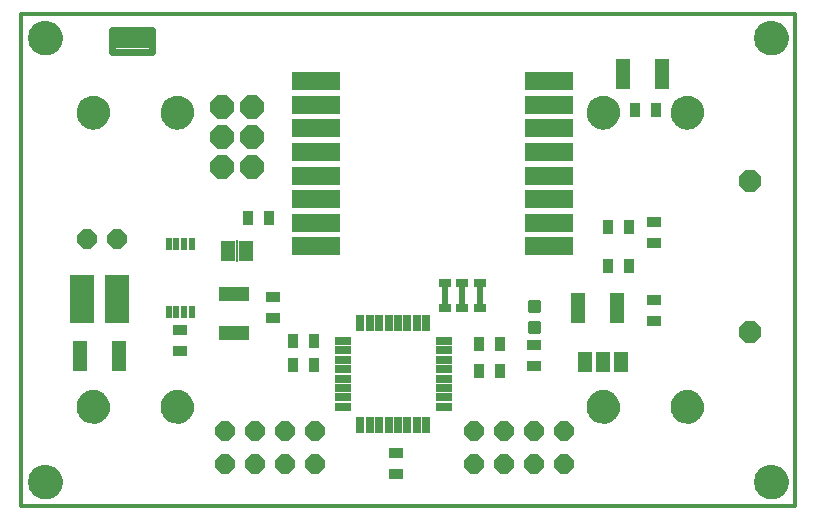
<source format=gts>
G75*
%MOIN*%
%OFA0B0*%
%FSLAX25Y25*%
%IPPOS*%
%LPD*%
%AMOC8*
5,1,8,0,0,1.08239X$1,22.5*
%
%ADD10C,0.00000*%
%ADD11C,0.11424*%
%ADD12C,0.01200*%
%ADD13R,0.16148X0.05912*%
%ADD14R,0.05124X0.10243*%
%ADD15R,0.10243X0.05124*%
%ADD16R,0.08274X0.16148*%
%ADD17R,0.01975X0.03943*%
%ADD18R,0.05124X0.03550*%
%ADD19R,0.03550X0.05124*%
%ADD20OC8,0.06400*%
%ADD21R,0.05000X0.06700*%
%ADD22R,0.00600X0.07200*%
%ADD23C,0.00500*%
%ADD24R,0.01975X0.06699*%
%ADD25R,0.03937X0.02756*%
%ADD26OC8,0.07800*%
%ADD27C,0.02462*%
%ADD28OC8,0.07400*%
%ADD29R,0.05400X0.02600*%
%ADD30R,0.02600X0.05400*%
%ADD31C,0.01301*%
D10*
X0004288Y0009800D02*
X0004290Y0009948D01*
X0004296Y0010096D01*
X0004306Y0010244D01*
X0004320Y0010391D01*
X0004338Y0010538D01*
X0004359Y0010684D01*
X0004385Y0010830D01*
X0004415Y0010975D01*
X0004448Y0011119D01*
X0004486Y0011262D01*
X0004527Y0011404D01*
X0004572Y0011545D01*
X0004620Y0011685D01*
X0004673Y0011824D01*
X0004729Y0011961D01*
X0004789Y0012096D01*
X0004852Y0012230D01*
X0004919Y0012362D01*
X0004990Y0012492D01*
X0005064Y0012620D01*
X0005141Y0012746D01*
X0005222Y0012870D01*
X0005306Y0012992D01*
X0005393Y0013111D01*
X0005484Y0013228D01*
X0005578Y0013343D01*
X0005674Y0013455D01*
X0005774Y0013565D01*
X0005876Y0013671D01*
X0005982Y0013775D01*
X0006090Y0013876D01*
X0006201Y0013974D01*
X0006314Y0014070D01*
X0006430Y0014162D01*
X0006548Y0014251D01*
X0006669Y0014336D01*
X0006792Y0014419D01*
X0006917Y0014498D01*
X0007044Y0014574D01*
X0007173Y0014646D01*
X0007304Y0014715D01*
X0007437Y0014780D01*
X0007572Y0014841D01*
X0007708Y0014899D01*
X0007845Y0014954D01*
X0007984Y0015004D01*
X0008125Y0015051D01*
X0008266Y0015094D01*
X0008409Y0015134D01*
X0008553Y0015169D01*
X0008697Y0015201D01*
X0008843Y0015228D01*
X0008989Y0015252D01*
X0009136Y0015272D01*
X0009283Y0015288D01*
X0009430Y0015300D01*
X0009578Y0015308D01*
X0009726Y0015312D01*
X0009874Y0015312D01*
X0010022Y0015308D01*
X0010170Y0015300D01*
X0010317Y0015288D01*
X0010464Y0015272D01*
X0010611Y0015252D01*
X0010757Y0015228D01*
X0010903Y0015201D01*
X0011047Y0015169D01*
X0011191Y0015134D01*
X0011334Y0015094D01*
X0011475Y0015051D01*
X0011616Y0015004D01*
X0011755Y0014954D01*
X0011892Y0014899D01*
X0012028Y0014841D01*
X0012163Y0014780D01*
X0012296Y0014715D01*
X0012427Y0014646D01*
X0012556Y0014574D01*
X0012683Y0014498D01*
X0012808Y0014419D01*
X0012931Y0014336D01*
X0013052Y0014251D01*
X0013170Y0014162D01*
X0013286Y0014070D01*
X0013399Y0013974D01*
X0013510Y0013876D01*
X0013618Y0013775D01*
X0013724Y0013671D01*
X0013826Y0013565D01*
X0013926Y0013455D01*
X0014022Y0013343D01*
X0014116Y0013228D01*
X0014207Y0013111D01*
X0014294Y0012992D01*
X0014378Y0012870D01*
X0014459Y0012746D01*
X0014536Y0012620D01*
X0014610Y0012492D01*
X0014681Y0012362D01*
X0014748Y0012230D01*
X0014811Y0012096D01*
X0014871Y0011961D01*
X0014927Y0011824D01*
X0014980Y0011685D01*
X0015028Y0011545D01*
X0015073Y0011404D01*
X0015114Y0011262D01*
X0015152Y0011119D01*
X0015185Y0010975D01*
X0015215Y0010830D01*
X0015241Y0010684D01*
X0015262Y0010538D01*
X0015280Y0010391D01*
X0015294Y0010244D01*
X0015304Y0010096D01*
X0015310Y0009948D01*
X0015312Y0009800D01*
X0015310Y0009652D01*
X0015304Y0009504D01*
X0015294Y0009356D01*
X0015280Y0009209D01*
X0015262Y0009062D01*
X0015241Y0008916D01*
X0015215Y0008770D01*
X0015185Y0008625D01*
X0015152Y0008481D01*
X0015114Y0008338D01*
X0015073Y0008196D01*
X0015028Y0008055D01*
X0014980Y0007915D01*
X0014927Y0007776D01*
X0014871Y0007639D01*
X0014811Y0007504D01*
X0014748Y0007370D01*
X0014681Y0007238D01*
X0014610Y0007108D01*
X0014536Y0006980D01*
X0014459Y0006854D01*
X0014378Y0006730D01*
X0014294Y0006608D01*
X0014207Y0006489D01*
X0014116Y0006372D01*
X0014022Y0006257D01*
X0013926Y0006145D01*
X0013826Y0006035D01*
X0013724Y0005929D01*
X0013618Y0005825D01*
X0013510Y0005724D01*
X0013399Y0005626D01*
X0013286Y0005530D01*
X0013170Y0005438D01*
X0013052Y0005349D01*
X0012931Y0005264D01*
X0012808Y0005181D01*
X0012683Y0005102D01*
X0012556Y0005026D01*
X0012427Y0004954D01*
X0012296Y0004885D01*
X0012163Y0004820D01*
X0012028Y0004759D01*
X0011892Y0004701D01*
X0011755Y0004646D01*
X0011616Y0004596D01*
X0011475Y0004549D01*
X0011334Y0004506D01*
X0011191Y0004466D01*
X0011047Y0004431D01*
X0010903Y0004399D01*
X0010757Y0004372D01*
X0010611Y0004348D01*
X0010464Y0004328D01*
X0010317Y0004312D01*
X0010170Y0004300D01*
X0010022Y0004292D01*
X0009874Y0004288D01*
X0009726Y0004288D01*
X0009578Y0004292D01*
X0009430Y0004300D01*
X0009283Y0004312D01*
X0009136Y0004328D01*
X0008989Y0004348D01*
X0008843Y0004372D01*
X0008697Y0004399D01*
X0008553Y0004431D01*
X0008409Y0004466D01*
X0008266Y0004506D01*
X0008125Y0004549D01*
X0007984Y0004596D01*
X0007845Y0004646D01*
X0007708Y0004701D01*
X0007572Y0004759D01*
X0007437Y0004820D01*
X0007304Y0004885D01*
X0007173Y0004954D01*
X0007044Y0005026D01*
X0006917Y0005102D01*
X0006792Y0005181D01*
X0006669Y0005264D01*
X0006548Y0005349D01*
X0006430Y0005438D01*
X0006314Y0005530D01*
X0006201Y0005626D01*
X0006090Y0005724D01*
X0005982Y0005825D01*
X0005876Y0005929D01*
X0005774Y0006035D01*
X0005674Y0006145D01*
X0005578Y0006257D01*
X0005484Y0006372D01*
X0005393Y0006489D01*
X0005306Y0006608D01*
X0005222Y0006730D01*
X0005141Y0006854D01*
X0005064Y0006980D01*
X0004990Y0007108D01*
X0004919Y0007238D01*
X0004852Y0007370D01*
X0004789Y0007504D01*
X0004729Y0007639D01*
X0004673Y0007776D01*
X0004620Y0007915D01*
X0004572Y0008055D01*
X0004527Y0008196D01*
X0004486Y0008338D01*
X0004448Y0008481D01*
X0004415Y0008625D01*
X0004385Y0008770D01*
X0004359Y0008916D01*
X0004338Y0009062D01*
X0004320Y0009209D01*
X0004306Y0009356D01*
X0004296Y0009504D01*
X0004290Y0009652D01*
X0004288Y0009800D01*
X0004288Y0157800D02*
X0004290Y0157948D01*
X0004296Y0158096D01*
X0004306Y0158244D01*
X0004320Y0158391D01*
X0004338Y0158538D01*
X0004359Y0158684D01*
X0004385Y0158830D01*
X0004415Y0158975D01*
X0004448Y0159119D01*
X0004486Y0159262D01*
X0004527Y0159404D01*
X0004572Y0159545D01*
X0004620Y0159685D01*
X0004673Y0159824D01*
X0004729Y0159961D01*
X0004789Y0160096D01*
X0004852Y0160230D01*
X0004919Y0160362D01*
X0004990Y0160492D01*
X0005064Y0160620D01*
X0005141Y0160746D01*
X0005222Y0160870D01*
X0005306Y0160992D01*
X0005393Y0161111D01*
X0005484Y0161228D01*
X0005578Y0161343D01*
X0005674Y0161455D01*
X0005774Y0161565D01*
X0005876Y0161671D01*
X0005982Y0161775D01*
X0006090Y0161876D01*
X0006201Y0161974D01*
X0006314Y0162070D01*
X0006430Y0162162D01*
X0006548Y0162251D01*
X0006669Y0162336D01*
X0006792Y0162419D01*
X0006917Y0162498D01*
X0007044Y0162574D01*
X0007173Y0162646D01*
X0007304Y0162715D01*
X0007437Y0162780D01*
X0007572Y0162841D01*
X0007708Y0162899D01*
X0007845Y0162954D01*
X0007984Y0163004D01*
X0008125Y0163051D01*
X0008266Y0163094D01*
X0008409Y0163134D01*
X0008553Y0163169D01*
X0008697Y0163201D01*
X0008843Y0163228D01*
X0008989Y0163252D01*
X0009136Y0163272D01*
X0009283Y0163288D01*
X0009430Y0163300D01*
X0009578Y0163308D01*
X0009726Y0163312D01*
X0009874Y0163312D01*
X0010022Y0163308D01*
X0010170Y0163300D01*
X0010317Y0163288D01*
X0010464Y0163272D01*
X0010611Y0163252D01*
X0010757Y0163228D01*
X0010903Y0163201D01*
X0011047Y0163169D01*
X0011191Y0163134D01*
X0011334Y0163094D01*
X0011475Y0163051D01*
X0011616Y0163004D01*
X0011755Y0162954D01*
X0011892Y0162899D01*
X0012028Y0162841D01*
X0012163Y0162780D01*
X0012296Y0162715D01*
X0012427Y0162646D01*
X0012556Y0162574D01*
X0012683Y0162498D01*
X0012808Y0162419D01*
X0012931Y0162336D01*
X0013052Y0162251D01*
X0013170Y0162162D01*
X0013286Y0162070D01*
X0013399Y0161974D01*
X0013510Y0161876D01*
X0013618Y0161775D01*
X0013724Y0161671D01*
X0013826Y0161565D01*
X0013926Y0161455D01*
X0014022Y0161343D01*
X0014116Y0161228D01*
X0014207Y0161111D01*
X0014294Y0160992D01*
X0014378Y0160870D01*
X0014459Y0160746D01*
X0014536Y0160620D01*
X0014610Y0160492D01*
X0014681Y0160362D01*
X0014748Y0160230D01*
X0014811Y0160096D01*
X0014871Y0159961D01*
X0014927Y0159824D01*
X0014980Y0159685D01*
X0015028Y0159545D01*
X0015073Y0159404D01*
X0015114Y0159262D01*
X0015152Y0159119D01*
X0015185Y0158975D01*
X0015215Y0158830D01*
X0015241Y0158684D01*
X0015262Y0158538D01*
X0015280Y0158391D01*
X0015294Y0158244D01*
X0015304Y0158096D01*
X0015310Y0157948D01*
X0015312Y0157800D01*
X0015310Y0157652D01*
X0015304Y0157504D01*
X0015294Y0157356D01*
X0015280Y0157209D01*
X0015262Y0157062D01*
X0015241Y0156916D01*
X0015215Y0156770D01*
X0015185Y0156625D01*
X0015152Y0156481D01*
X0015114Y0156338D01*
X0015073Y0156196D01*
X0015028Y0156055D01*
X0014980Y0155915D01*
X0014927Y0155776D01*
X0014871Y0155639D01*
X0014811Y0155504D01*
X0014748Y0155370D01*
X0014681Y0155238D01*
X0014610Y0155108D01*
X0014536Y0154980D01*
X0014459Y0154854D01*
X0014378Y0154730D01*
X0014294Y0154608D01*
X0014207Y0154489D01*
X0014116Y0154372D01*
X0014022Y0154257D01*
X0013926Y0154145D01*
X0013826Y0154035D01*
X0013724Y0153929D01*
X0013618Y0153825D01*
X0013510Y0153724D01*
X0013399Y0153626D01*
X0013286Y0153530D01*
X0013170Y0153438D01*
X0013052Y0153349D01*
X0012931Y0153264D01*
X0012808Y0153181D01*
X0012683Y0153102D01*
X0012556Y0153026D01*
X0012427Y0152954D01*
X0012296Y0152885D01*
X0012163Y0152820D01*
X0012028Y0152759D01*
X0011892Y0152701D01*
X0011755Y0152646D01*
X0011616Y0152596D01*
X0011475Y0152549D01*
X0011334Y0152506D01*
X0011191Y0152466D01*
X0011047Y0152431D01*
X0010903Y0152399D01*
X0010757Y0152372D01*
X0010611Y0152348D01*
X0010464Y0152328D01*
X0010317Y0152312D01*
X0010170Y0152300D01*
X0010022Y0152292D01*
X0009874Y0152288D01*
X0009726Y0152288D01*
X0009578Y0152292D01*
X0009430Y0152300D01*
X0009283Y0152312D01*
X0009136Y0152328D01*
X0008989Y0152348D01*
X0008843Y0152372D01*
X0008697Y0152399D01*
X0008553Y0152431D01*
X0008409Y0152466D01*
X0008266Y0152506D01*
X0008125Y0152549D01*
X0007984Y0152596D01*
X0007845Y0152646D01*
X0007708Y0152701D01*
X0007572Y0152759D01*
X0007437Y0152820D01*
X0007304Y0152885D01*
X0007173Y0152954D01*
X0007044Y0153026D01*
X0006917Y0153102D01*
X0006792Y0153181D01*
X0006669Y0153264D01*
X0006548Y0153349D01*
X0006430Y0153438D01*
X0006314Y0153530D01*
X0006201Y0153626D01*
X0006090Y0153724D01*
X0005982Y0153825D01*
X0005876Y0153929D01*
X0005774Y0154035D01*
X0005674Y0154145D01*
X0005578Y0154257D01*
X0005484Y0154372D01*
X0005393Y0154489D01*
X0005306Y0154608D01*
X0005222Y0154730D01*
X0005141Y0154854D01*
X0005064Y0154980D01*
X0004990Y0155108D01*
X0004919Y0155238D01*
X0004852Y0155370D01*
X0004789Y0155504D01*
X0004729Y0155639D01*
X0004673Y0155776D01*
X0004620Y0155915D01*
X0004572Y0156055D01*
X0004527Y0156196D01*
X0004486Y0156338D01*
X0004448Y0156481D01*
X0004415Y0156625D01*
X0004385Y0156770D01*
X0004359Y0156916D01*
X0004338Y0157062D01*
X0004320Y0157209D01*
X0004306Y0157356D01*
X0004296Y0157504D01*
X0004290Y0157652D01*
X0004288Y0157800D01*
X0246288Y0157800D02*
X0246290Y0157948D01*
X0246296Y0158096D01*
X0246306Y0158244D01*
X0246320Y0158391D01*
X0246338Y0158538D01*
X0246359Y0158684D01*
X0246385Y0158830D01*
X0246415Y0158975D01*
X0246448Y0159119D01*
X0246486Y0159262D01*
X0246527Y0159404D01*
X0246572Y0159545D01*
X0246620Y0159685D01*
X0246673Y0159824D01*
X0246729Y0159961D01*
X0246789Y0160096D01*
X0246852Y0160230D01*
X0246919Y0160362D01*
X0246990Y0160492D01*
X0247064Y0160620D01*
X0247141Y0160746D01*
X0247222Y0160870D01*
X0247306Y0160992D01*
X0247393Y0161111D01*
X0247484Y0161228D01*
X0247578Y0161343D01*
X0247674Y0161455D01*
X0247774Y0161565D01*
X0247876Y0161671D01*
X0247982Y0161775D01*
X0248090Y0161876D01*
X0248201Y0161974D01*
X0248314Y0162070D01*
X0248430Y0162162D01*
X0248548Y0162251D01*
X0248669Y0162336D01*
X0248792Y0162419D01*
X0248917Y0162498D01*
X0249044Y0162574D01*
X0249173Y0162646D01*
X0249304Y0162715D01*
X0249437Y0162780D01*
X0249572Y0162841D01*
X0249708Y0162899D01*
X0249845Y0162954D01*
X0249984Y0163004D01*
X0250125Y0163051D01*
X0250266Y0163094D01*
X0250409Y0163134D01*
X0250553Y0163169D01*
X0250697Y0163201D01*
X0250843Y0163228D01*
X0250989Y0163252D01*
X0251136Y0163272D01*
X0251283Y0163288D01*
X0251430Y0163300D01*
X0251578Y0163308D01*
X0251726Y0163312D01*
X0251874Y0163312D01*
X0252022Y0163308D01*
X0252170Y0163300D01*
X0252317Y0163288D01*
X0252464Y0163272D01*
X0252611Y0163252D01*
X0252757Y0163228D01*
X0252903Y0163201D01*
X0253047Y0163169D01*
X0253191Y0163134D01*
X0253334Y0163094D01*
X0253475Y0163051D01*
X0253616Y0163004D01*
X0253755Y0162954D01*
X0253892Y0162899D01*
X0254028Y0162841D01*
X0254163Y0162780D01*
X0254296Y0162715D01*
X0254427Y0162646D01*
X0254556Y0162574D01*
X0254683Y0162498D01*
X0254808Y0162419D01*
X0254931Y0162336D01*
X0255052Y0162251D01*
X0255170Y0162162D01*
X0255286Y0162070D01*
X0255399Y0161974D01*
X0255510Y0161876D01*
X0255618Y0161775D01*
X0255724Y0161671D01*
X0255826Y0161565D01*
X0255926Y0161455D01*
X0256022Y0161343D01*
X0256116Y0161228D01*
X0256207Y0161111D01*
X0256294Y0160992D01*
X0256378Y0160870D01*
X0256459Y0160746D01*
X0256536Y0160620D01*
X0256610Y0160492D01*
X0256681Y0160362D01*
X0256748Y0160230D01*
X0256811Y0160096D01*
X0256871Y0159961D01*
X0256927Y0159824D01*
X0256980Y0159685D01*
X0257028Y0159545D01*
X0257073Y0159404D01*
X0257114Y0159262D01*
X0257152Y0159119D01*
X0257185Y0158975D01*
X0257215Y0158830D01*
X0257241Y0158684D01*
X0257262Y0158538D01*
X0257280Y0158391D01*
X0257294Y0158244D01*
X0257304Y0158096D01*
X0257310Y0157948D01*
X0257312Y0157800D01*
X0257310Y0157652D01*
X0257304Y0157504D01*
X0257294Y0157356D01*
X0257280Y0157209D01*
X0257262Y0157062D01*
X0257241Y0156916D01*
X0257215Y0156770D01*
X0257185Y0156625D01*
X0257152Y0156481D01*
X0257114Y0156338D01*
X0257073Y0156196D01*
X0257028Y0156055D01*
X0256980Y0155915D01*
X0256927Y0155776D01*
X0256871Y0155639D01*
X0256811Y0155504D01*
X0256748Y0155370D01*
X0256681Y0155238D01*
X0256610Y0155108D01*
X0256536Y0154980D01*
X0256459Y0154854D01*
X0256378Y0154730D01*
X0256294Y0154608D01*
X0256207Y0154489D01*
X0256116Y0154372D01*
X0256022Y0154257D01*
X0255926Y0154145D01*
X0255826Y0154035D01*
X0255724Y0153929D01*
X0255618Y0153825D01*
X0255510Y0153724D01*
X0255399Y0153626D01*
X0255286Y0153530D01*
X0255170Y0153438D01*
X0255052Y0153349D01*
X0254931Y0153264D01*
X0254808Y0153181D01*
X0254683Y0153102D01*
X0254556Y0153026D01*
X0254427Y0152954D01*
X0254296Y0152885D01*
X0254163Y0152820D01*
X0254028Y0152759D01*
X0253892Y0152701D01*
X0253755Y0152646D01*
X0253616Y0152596D01*
X0253475Y0152549D01*
X0253334Y0152506D01*
X0253191Y0152466D01*
X0253047Y0152431D01*
X0252903Y0152399D01*
X0252757Y0152372D01*
X0252611Y0152348D01*
X0252464Y0152328D01*
X0252317Y0152312D01*
X0252170Y0152300D01*
X0252022Y0152292D01*
X0251874Y0152288D01*
X0251726Y0152288D01*
X0251578Y0152292D01*
X0251430Y0152300D01*
X0251283Y0152312D01*
X0251136Y0152328D01*
X0250989Y0152348D01*
X0250843Y0152372D01*
X0250697Y0152399D01*
X0250553Y0152431D01*
X0250409Y0152466D01*
X0250266Y0152506D01*
X0250125Y0152549D01*
X0249984Y0152596D01*
X0249845Y0152646D01*
X0249708Y0152701D01*
X0249572Y0152759D01*
X0249437Y0152820D01*
X0249304Y0152885D01*
X0249173Y0152954D01*
X0249044Y0153026D01*
X0248917Y0153102D01*
X0248792Y0153181D01*
X0248669Y0153264D01*
X0248548Y0153349D01*
X0248430Y0153438D01*
X0248314Y0153530D01*
X0248201Y0153626D01*
X0248090Y0153724D01*
X0247982Y0153825D01*
X0247876Y0153929D01*
X0247774Y0154035D01*
X0247674Y0154145D01*
X0247578Y0154257D01*
X0247484Y0154372D01*
X0247393Y0154489D01*
X0247306Y0154608D01*
X0247222Y0154730D01*
X0247141Y0154854D01*
X0247064Y0154980D01*
X0246990Y0155108D01*
X0246919Y0155238D01*
X0246852Y0155370D01*
X0246789Y0155504D01*
X0246729Y0155639D01*
X0246673Y0155776D01*
X0246620Y0155915D01*
X0246572Y0156055D01*
X0246527Y0156196D01*
X0246486Y0156338D01*
X0246448Y0156481D01*
X0246415Y0156625D01*
X0246385Y0156770D01*
X0246359Y0156916D01*
X0246338Y0157062D01*
X0246320Y0157209D01*
X0246306Y0157356D01*
X0246296Y0157504D01*
X0246290Y0157652D01*
X0246288Y0157800D01*
X0246288Y0009800D02*
X0246290Y0009948D01*
X0246296Y0010096D01*
X0246306Y0010244D01*
X0246320Y0010391D01*
X0246338Y0010538D01*
X0246359Y0010684D01*
X0246385Y0010830D01*
X0246415Y0010975D01*
X0246448Y0011119D01*
X0246486Y0011262D01*
X0246527Y0011404D01*
X0246572Y0011545D01*
X0246620Y0011685D01*
X0246673Y0011824D01*
X0246729Y0011961D01*
X0246789Y0012096D01*
X0246852Y0012230D01*
X0246919Y0012362D01*
X0246990Y0012492D01*
X0247064Y0012620D01*
X0247141Y0012746D01*
X0247222Y0012870D01*
X0247306Y0012992D01*
X0247393Y0013111D01*
X0247484Y0013228D01*
X0247578Y0013343D01*
X0247674Y0013455D01*
X0247774Y0013565D01*
X0247876Y0013671D01*
X0247982Y0013775D01*
X0248090Y0013876D01*
X0248201Y0013974D01*
X0248314Y0014070D01*
X0248430Y0014162D01*
X0248548Y0014251D01*
X0248669Y0014336D01*
X0248792Y0014419D01*
X0248917Y0014498D01*
X0249044Y0014574D01*
X0249173Y0014646D01*
X0249304Y0014715D01*
X0249437Y0014780D01*
X0249572Y0014841D01*
X0249708Y0014899D01*
X0249845Y0014954D01*
X0249984Y0015004D01*
X0250125Y0015051D01*
X0250266Y0015094D01*
X0250409Y0015134D01*
X0250553Y0015169D01*
X0250697Y0015201D01*
X0250843Y0015228D01*
X0250989Y0015252D01*
X0251136Y0015272D01*
X0251283Y0015288D01*
X0251430Y0015300D01*
X0251578Y0015308D01*
X0251726Y0015312D01*
X0251874Y0015312D01*
X0252022Y0015308D01*
X0252170Y0015300D01*
X0252317Y0015288D01*
X0252464Y0015272D01*
X0252611Y0015252D01*
X0252757Y0015228D01*
X0252903Y0015201D01*
X0253047Y0015169D01*
X0253191Y0015134D01*
X0253334Y0015094D01*
X0253475Y0015051D01*
X0253616Y0015004D01*
X0253755Y0014954D01*
X0253892Y0014899D01*
X0254028Y0014841D01*
X0254163Y0014780D01*
X0254296Y0014715D01*
X0254427Y0014646D01*
X0254556Y0014574D01*
X0254683Y0014498D01*
X0254808Y0014419D01*
X0254931Y0014336D01*
X0255052Y0014251D01*
X0255170Y0014162D01*
X0255286Y0014070D01*
X0255399Y0013974D01*
X0255510Y0013876D01*
X0255618Y0013775D01*
X0255724Y0013671D01*
X0255826Y0013565D01*
X0255926Y0013455D01*
X0256022Y0013343D01*
X0256116Y0013228D01*
X0256207Y0013111D01*
X0256294Y0012992D01*
X0256378Y0012870D01*
X0256459Y0012746D01*
X0256536Y0012620D01*
X0256610Y0012492D01*
X0256681Y0012362D01*
X0256748Y0012230D01*
X0256811Y0012096D01*
X0256871Y0011961D01*
X0256927Y0011824D01*
X0256980Y0011685D01*
X0257028Y0011545D01*
X0257073Y0011404D01*
X0257114Y0011262D01*
X0257152Y0011119D01*
X0257185Y0010975D01*
X0257215Y0010830D01*
X0257241Y0010684D01*
X0257262Y0010538D01*
X0257280Y0010391D01*
X0257294Y0010244D01*
X0257304Y0010096D01*
X0257310Y0009948D01*
X0257312Y0009800D01*
X0257310Y0009652D01*
X0257304Y0009504D01*
X0257294Y0009356D01*
X0257280Y0009209D01*
X0257262Y0009062D01*
X0257241Y0008916D01*
X0257215Y0008770D01*
X0257185Y0008625D01*
X0257152Y0008481D01*
X0257114Y0008338D01*
X0257073Y0008196D01*
X0257028Y0008055D01*
X0256980Y0007915D01*
X0256927Y0007776D01*
X0256871Y0007639D01*
X0256811Y0007504D01*
X0256748Y0007370D01*
X0256681Y0007238D01*
X0256610Y0007108D01*
X0256536Y0006980D01*
X0256459Y0006854D01*
X0256378Y0006730D01*
X0256294Y0006608D01*
X0256207Y0006489D01*
X0256116Y0006372D01*
X0256022Y0006257D01*
X0255926Y0006145D01*
X0255826Y0006035D01*
X0255724Y0005929D01*
X0255618Y0005825D01*
X0255510Y0005724D01*
X0255399Y0005626D01*
X0255286Y0005530D01*
X0255170Y0005438D01*
X0255052Y0005349D01*
X0254931Y0005264D01*
X0254808Y0005181D01*
X0254683Y0005102D01*
X0254556Y0005026D01*
X0254427Y0004954D01*
X0254296Y0004885D01*
X0254163Y0004820D01*
X0254028Y0004759D01*
X0253892Y0004701D01*
X0253755Y0004646D01*
X0253616Y0004596D01*
X0253475Y0004549D01*
X0253334Y0004506D01*
X0253191Y0004466D01*
X0253047Y0004431D01*
X0252903Y0004399D01*
X0252757Y0004372D01*
X0252611Y0004348D01*
X0252464Y0004328D01*
X0252317Y0004312D01*
X0252170Y0004300D01*
X0252022Y0004292D01*
X0251874Y0004288D01*
X0251726Y0004288D01*
X0251578Y0004292D01*
X0251430Y0004300D01*
X0251283Y0004312D01*
X0251136Y0004328D01*
X0250989Y0004348D01*
X0250843Y0004372D01*
X0250697Y0004399D01*
X0250553Y0004431D01*
X0250409Y0004466D01*
X0250266Y0004506D01*
X0250125Y0004549D01*
X0249984Y0004596D01*
X0249845Y0004646D01*
X0249708Y0004701D01*
X0249572Y0004759D01*
X0249437Y0004820D01*
X0249304Y0004885D01*
X0249173Y0004954D01*
X0249044Y0005026D01*
X0248917Y0005102D01*
X0248792Y0005181D01*
X0248669Y0005264D01*
X0248548Y0005349D01*
X0248430Y0005438D01*
X0248314Y0005530D01*
X0248201Y0005626D01*
X0248090Y0005724D01*
X0247982Y0005825D01*
X0247876Y0005929D01*
X0247774Y0006035D01*
X0247674Y0006145D01*
X0247578Y0006257D01*
X0247484Y0006372D01*
X0247393Y0006489D01*
X0247306Y0006608D01*
X0247222Y0006730D01*
X0247141Y0006854D01*
X0247064Y0006980D01*
X0246990Y0007108D01*
X0246919Y0007238D01*
X0246852Y0007370D01*
X0246789Y0007504D01*
X0246729Y0007639D01*
X0246673Y0007776D01*
X0246620Y0007915D01*
X0246572Y0008055D01*
X0246527Y0008196D01*
X0246486Y0008338D01*
X0246448Y0008481D01*
X0246415Y0008625D01*
X0246385Y0008770D01*
X0246359Y0008916D01*
X0246338Y0009062D01*
X0246320Y0009209D01*
X0246306Y0009356D01*
X0246296Y0009504D01*
X0246290Y0009652D01*
X0246288Y0009800D01*
D11*
X0251800Y0009800D03*
X0251800Y0157800D03*
X0009800Y0157800D03*
X0009800Y0009800D03*
D12*
X0001800Y0001800D02*
X0001800Y0165501D01*
X0001800Y0165800D02*
X0259800Y0165800D01*
X0259800Y0001800D01*
X0259721Y0001800D02*
X0001800Y0001800D01*
D13*
X0100020Y0088241D03*
X0100020Y0096115D03*
X0100020Y0103989D03*
X0100020Y0111863D03*
X0100020Y0119737D03*
X0100020Y0127611D03*
X0100020Y0135485D03*
X0100020Y0143359D03*
X0177580Y0143359D03*
X0177580Y0135485D03*
X0177580Y0127611D03*
X0177580Y0119737D03*
X0177580Y0111863D03*
X0177580Y0103989D03*
X0177580Y0096115D03*
X0177580Y0088241D03*
D14*
X0187304Y0067800D03*
X0200296Y0067800D03*
X0202304Y0145800D03*
X0215296Y0145800D03*
X0034296Y0051800D03*
X0021304Y0051800D03*
D15*
X0072800Y0059304D03*
X0072800Y0072296D03*
D16*
X0033706Y0070800D03*
X0021894Y0070800D03*
D17*
X0050961Y0066383D03*
X0053520Y0066383D03*
X0056080Y0066383D03*
X0058639Y0066383D03*
X0058639Y0089217D03*
X0056080Y0089217D03*
X0053520Y0089217D03*
X0050961Y0089217D03*
D18*
X0085800Y0071343D03*
X0085800Y0064257D03*
X0054800Y0060343D03*
X0054800Y0053257D03*
X0126800Y0019343D03*
X0126800Y0012257D03*
X0172800Y0048257D03*
X0172800Y0055343D03*
X0212800Y0063257D03*
X0212800Y0070343D03*
X0212800Y0089257D03*
X0212800Y0096343D03*
D19*
X0204343Y0094800D03*
X0197257Y0094800D03*
X0197257Y0081800D03*
X0204343Y0081800D03*
X0161343Y0055800D03*
X0154257Y0055800D03*
X0154257Y0046800D03*
X0161343Y0046800D03*
X0099343Y0048800D03*
X0092257Y0048800D03*
X0092257Y0056800D03*
X0099343Y0056800D03*
X0084343Y0097800D03*
X0077257Y0097800D03*
X0206257Y0133800D03*
X0213343Y0133800D03*
D20*
X0182800Y0026800D03*
X0172800Y0026800D03*
X0162800Y0026800D03*
X0152800Y0026800D03*
X0152800Y0015800D03*
X0162800Y0015800D03*
X0172800Y0015800D03*
X0182800Y0015800D03*
X0099800Y0015800D03*
X0089800Y0015800D03*
X0079800Y0015800D03*
X0069800Y0015800D03*
X0069800Y0026800D03*
X0079800Y0026800D03*
X0089800Y0026800D03*
X0099800Y0026800D03*
X0033800Y0090800D03*
X0023800Y0090800D03*
D21*
X0070800Y0086800D03*
X0076800Y0086800D03*
X0189800Y0049800D03*
X0195800Y0049800D03*
X0201800Y0049800D03*
D22*
X0073800Y0086800D03*
D23*
X0055621Y0127874D02*
X0054727Y0127607D01*
X0053800Y0127500D01*
X0052865Y0127617D01*
X0051965Y0127894D01*
X0051127Y0128323D01*
X0050376Y0128892D01*
X0049735Y0129582D01*
X0049223Y0130373D01*
X0048857Y0131241D01*
X0048647Y0132159D01*
X0048600Y0133100D01*
X0048695Y0133984D01*
X0048942Y0134838D01*
X0049333Y0135637D01*
X0049857Y0136355D01*
X0050498Y0136971D01*
X0051237Y0137467D01*
X0052050Y0137827D01*
X0052913Y0138040D01*
X0053800Y0138100D01*
X0054695Y0138030D01*
X0055564Y0137807D01*
X0056382Y0137435D01*
X0057122Y0136927D01*
X0057763Y0136299D01*
X0058285Y0135568D01*
X0058672Y0134758D01*
X0058913Y0133894D01*
X0059000Y0133000D01*
X0058945Y0132069D01*
X0058729Y0131161D01*
X0058358Y0130305D01*
X0057845Y0129526D01*
X0057204Y0128848D01*
X0056455Y0128292D01*
X0055621Y0127874D01*
X0055719Y0127923D02*
X0051908Y0127923D01*
X0050997Y0128422D02*
X0056630Y0128422D01*
X0057272Y0128920D02*
X0050349Y0128920D01*
X0049886Y0129419D02*
X0057744Y0129419D01*
X0058103Y0129917D02*
X0049518Y0129917D01*
X0049205Y0130416D02*
X0058406Y0130416D01*
X0058622Y0130914D02*
X0048995Y0130914D01*
X0048818Y0131413D02*
X0058789Y0131413D01*
X0058907Y0131911D02*
X0048704Y0131911D01*
X0048635Y0132410D02*
X0058965Y0132410D01*
X0058995Y0132908D02*
X0048610Y0132908D01*
X0048633Y0133407D02*
X0058960Y0133407D01*
X0058910Y0133905D02*
X0048686Y0133905D01*
X0048816Y0134404D02*
X0058771Y0134404D01*
X0058603Y0134903D02*
X0048973Y0134903D01*
X0049218Y0135401D02*
X0058365Y0135401D01*
X0058048Y0135900D02*
X0049525Y0135900D01*
X0049902Y0136398D02*
X0057662Y0136398D01*
X0057153Y0136897D02*
X0050421Y0136897D01*
X0051130Y0137395D02*
X0056440Y0137395D01*
X0055226Y0137894D02*
X0052321Y0137894D01*
X0030913Y0133894D02*
X0031000Y0133000D01*
X0030945Y0132069D01*
X0030729Y0131161D01*
X0030358Y0130305D01*
X0029845Y0129526D01*
X0029204Y0128848D01*
X0028455Y0128292D01*
X0027621Y0127874D01*
X0026727Y0127607D01*
X0025800Y0127500D01*
X0024865Y0127617D01*
X0023965Y0127894D01*
X0023127Y0128323D01*
X0022376Y0128892D01*
X0021735Y0129582D01*
X0021223Y0130373D01*
X0020857Y0131241D01*
X0020647Y0132159D01*
X0020600Y0133100D01*
X0020695Y0133984D01*
X0020942Y0134838D01*
X0021333Y0135637D01*
X0021857Y0136355D01*
X0022498Y0136971D01*
X0023237Y0137467D01*
X0024050Y0137827D01*
X0024913Y0138040D01*
X0025800Y0138100D01*
X0026695Y0138030D01*
X0027564Y0137807D01*
X0028382Y0137435D01*
X0029122Y0136927D01*
X0029763Y0136299D01*
X0030285Y0135568D01*
X0030672Y0134758D01*
X0030913Y0133894D01*
X0030910Y0133905D02*
X0020686Y0133905D01*
X0020633Y0133407D02*
X0030960Y0133407D01*
X0030995Y0132908D02*
X0020610Y0132908D01*
X0020635Y0132410D02*
X0030965Y0132410D01*
X0030907Y0131911D02*
X0020704Y0131911D01*
X0020818Y0131413D02*
X0030789Y0131413D01*
X0030622Y0130914D02*
X0020995Y0130914D01*
X0021205Y0130416D02*
X0030406Y0130416D01*
X0030103Y0129917D02*
X0021518Y0129917D01*
X0021886Y0129419D02*
X0029744Y0129419D01*
X0029272Y0128920D02*
X0022349Y0128920D01*
X0022997Y0128422D02*
X0028630Y0128422D01*
X0027719Y0127923D02*
X0023908Y0127923D01*
X0020816Y0134404D02*
X0030771Y0134404D01*
X0030603Y0134903D02*
X0020973Y0134903D01*
X0021218Y0135401D02*
X0030365Y0135401D01*
X0030048Y0135900D02*
X0021525Y0135900D01*
X0021902Y0136398D02*
X0029662Y0136398D01*
X0029153Y0136897D02*
X0022421Y0136897D01*
X0023130Y0137395D02*
X0028440Y0137395D01*
X0027226Y0137894D02*
X0024321Y0137894D01*
X0025800Y0040100D02*
X0026735Y0039983D01*
X0027635Y0039706D01*
X0028473Y0039277D01*
X0029224Y0038708D01*
X0029865Y0038018D01*
X0030377Y0037227D01*
X0030743Y0036359D01*
X0030953Y0035441D01*
X0031000Y0034500D01*
X0030905Y0033616D01*
X0030658Y0032762D01*
X0030267Y0031963D01*
X0029743Y0031245D01*
X0029102Y0030629D01*
X0028363Y0030133D01*
X0027550Y0029773D01*
X0026687Y0029560D01*
X0025800Y0029500D01*
X0024905Y0029570D01*
X0024036Y0029793D01*
X0023218Y0030165D01*
X0022478Y0030673D01*
X0021837Y0031301D01*
X0021315Y0032032D01*
X0020928Y0032842D01*
X0020687Y0033706D01*
X0020600Y0034600D01*
X0020655Y0035531D01*
X0020871Y0036439D01*
X0021242Y0037295D01*
X0021755Y0038074D01*
X0022396Y0038752D01*
X0023145Y0039308D01*
X0023979Y0039726D01*
X0024873Y0039993D01*
X0025800Y0040100D01*
X0027672Y0039687D02*
X0023901Y0039687D01*
X0022984Y0039188D02*
X0028590Y0039188D01*
X0029241Y0038690D02*
X0022337Y0038690D01*
X0021866Y0038191D02*
X0029704Y0038191D01*
X0030075Y0037693D02*
X0021504Y0037693D01*
X0021198Y0037194D02*
X0030390Y0037194D01*
X0030601Y0036696D02*
X0020982Y0036696D01*
X0020814Y0036197D02*
X0030780Y0036197D01*
X0030894Y0035699D02*
X0020695Y0035699D01*
X0020636Y0035200D02*
X0030965Y0035200D01*
X0030990Y0034702D02*
X0020606Y0034702D01*
X0020639Y0034203D02*
X0030968Y0034203D01*
X0030915Y0033705D02*
X0020687Y0033705D01*
X0020826Y0033206D02*
X0030787Y0033206D01*
X0030632Y0032708D02*
X0020992Y0032708D01*
X0021230Y0032209D02*
X0030387Y0032209D01*
X0030082Y0031711D02*
X0021544Y0031711D01*
X0021928Y0031212D02*
X0029708Y0031212D01*
X0029190Y0030714D02*
X0022436Y0030714D01*
X0023145Y0030215D02*
X0028485Y0030215D01*
X0027321Y0029717D02*
X0024334Y0029717D01*
X0048687Y0033706D02*
X0048928Y0032842D01*
X0049315Y0032032D01*
X0049837Y0031301D01*
X0050478Y0030673D01*
X0051218Y0030165D01*
X0052036Y0029793D01*
X0052905Y0029570D01*
X0053800Y0029500D01*
X0054687Y0029560D01*
X0055550Y0029773D01*
X0056363Y0030133D01*
X0057102Y0030629D01*
X0057743Y0031245D01*
X0058267Y0031963D01*
X0058658Y0032762D01*
X0058905Y0033616D01*
X0059000Y0034500D01*
X0058953Y0035441D01*
X0058743Y0036359D01*
X0058377Y0037227D01*
X0057865Y0038018D01*
X0057224Y0038708D01*
X0056473Y0039277D01*
X0055635Y0039706D01*
X0054735Y0039983D01*
X0053800Y0040100D01*
X0052873Y0039993D01*
X0051979Y0039726D01*
X0051145Y0039308D01*
X0050396Y0038752D01*
X0049755Y0038074D01*
X0049242Y0037295D01*
X0048871Y0036439D01*
X0048655Y0035531D01*
X0048600Y0034600D01*
X0048687Y0033706D01*
X0048687Y0033705D02*
X0058915Y0033705D01*
X0058968Y0034203D02*
X0048639Y0034203D01*
X0048606Y0034702D02*
X0058990Y0034702D01*
X0058965Y0035200D02*
X0048636Y0035200D01*
X0048695Y0035699D02*
X0058894Y0035699D01*
X0058780Y0036197D02*
X0048814Y0036197D01*
X0048982Y0036696D02*
X0058601Y0036696D01*
X0058390Y0037194D02*
X0049198Y0037194D01*
X0049504Y0037693D02*
X0058075Y0037693D01*
X0057704Y0038191D02*
X0049866Y0038191D01*
X0050337Y0038690D02*
X0057241Y0038690D01*
X0056590Y0039188D02*
X0050984Y0039188D01*
X0051901Y0039687D02*
X0055672Y0039687D01*
X0058787Y0033206D02*
X0048826Y0033206D01*
X0048992Y0032708D02*
X0058632Y0032708D01*
X0058387Y0032209D02*
X0049230Y0032209D01*
X0049544Y0031711D02*
X0058082Y0031711D01*
X0057708Y0031212D02*
X0049928Y0031212D01*
X0050436Y0030714D02*
X0057190Y0030714D01*
X0056485Y0030215D02*
X0051145Y0030215D01*
X0052334Y0029717D02*
X0055321Y0029717D01*
X0190600Y0034600D02*
X0190687Y0033706D01*
X0190928Y0032842D01*
X0191315Y0032032D01*
X0191837Y0031301D01*
X0192478Y0030673D01*
X0193218Y0030165D01*
X0194036Y0029793D01*
X0194905Y0029570D01*
X0195800Y0029500D01*
X0196687Y0029560D01*
X0197550Y0029773D01*
X0198363Y0030133D01*
X0199102Y0030629D01*
X0199743Y0031245D01*
X0200267Y0031963D01*
X0200658Y0032762D01*
X0200905Y0033616D01*
X0201000Y0034500D01*
X0200953Y0035441D01*
X0200743Y0036359D01*
X0200377Y0037227D01*
X0199865Y0038018D01*
X0199224Y0038708D01*
X0198473Y0039277D01*
X0197635Y0039706D01*
X0196735Y0039983D01*
X0195800Y0040100D01*
X0194873Y0039993D01*
X0193979Y0039726D01*
X0193145Y0039308D01*
X0192396Y0038752D01*
X0191755Y0038074D01*
X0191242Y0037295D01*
X0190871Y0036439D01*
X0190655Y0035531D01*
X0190600Y0034600D01*
X0190606Y0034702D02*
X0200990Y0034702D01*
X0200965Y0035200D02*
X0190636Y0035200D01*
X0190695Y0035699D02*
X0200894Y0035699D01*
X0200780Y0036197D02*
X0190814Y0036197D01*
X0190982Y0036696D02*
X0200601Y0036696D01*
X0200390Y0037194D02*
X0191198Y0037194D01*
X0191504Y0037693D02*
X0200075Y0037693D01*
X0199704Y0038191D02*
X0191866Y0038191D01*
X0192337Y0038690D02*
X0199241Y0038690D01*
X0198590Y0039188D02*
X0192984Y0039188D01*
X0193901Y0039687D02*
X0197672Y0039687D01*
X0200968Y0034203D02*
X0190639Y0034203D01*
X0190687Y0033705D02*
X0200915Y0033705D01*
X0200787Y0033206D02*
X0190826Y0033206D01*
X0190992Y0032708D02*
X0200632Y0032708D01*
X0200387Y0032209D02*
X0191230Y0032209D01*
X0191544Y0031711D02*
X0200082Y0031711D01*
X0199708Y0031212D02*
X0191928Y0031212D01*
X0192436Y0030714D02*
X0199190Y0030714D01*
X0198485Y0030215D02*
X0193145Y0030215D01*
X0194334Y0029717D02*
X0197321Y0029717D01*
X0218687Y0033706D02*
X0218928Y0032842D01*
X0219315Y0032032D01*
X0219837Y0031301D01*
X0220478Y0030673D01*
X0221218Y0030165D01*
X0222036Y0029793D01*
X0222905Y0029570D01*
X0223800Y0029500D01*
X0224687Y0029560D01*
X0225550Y0029773D01*
X0226363Y0030133D01*
X0227102Y0030629D01*
X0227743Y0031245D01*
X0228267Y0031963D01*
X0228658Y0032762D01*
X0228905Y0033616D01*
X0229000Y0034500D01*
X0228953Y0035441D01*
X0228743Y0036359D01*
X0228377Y0037227D01*
X0227865Y0038018D01*
X0227224Y0038708D01*
X0226473Y0039277D01*
X0225635Y0039706D01*
X0224735Y0039983D01*
X0223800Y0040100D01*
X0222873Y0039993D01*
X0221979Y0039726D01*
X0221145Y0039308D01*
X0220396Y0038752D01*
X0219755Y0038074D01*
X0219242Y0037295D01*
X0218871Y0036439D01*
X0218655Y0035531D01*
X0218600Y0034600D01*
X0218687Y0033706D01*
X0218687Y0033705D02*
X0228915Y0033705D01*
X0228968Y0034203D02*
X0218639Y0034203D01*
X0218606Y0034702D02*
X0228990Y0034702D01*
X0228965Y0035200D02*
X0218636Y0035200D01*
X0218695Y0035699D02*
X0228894Y0035699D01*
X0228780Y0036197D02*
X0218814Y0036197D01*
X0218982Y0036696D02*
X0228601Y0036696D01*
X0228390Y0037194D02*
X0219198Y0037194D01*
X0219504Y0037693D02*
X0228075Y0037693D01*
X0227704Y0038191D02*
X0219866Y0038191D01*
X0220337Y0038690D02*
X0227241Y0038690D01*
X0226590Y0039188D02*
X0220984Y0039188D01*
X0221901Y0039687D02*
X0225672Y0039687D01*
X0228787Y0033206D02*
X0218826Y0033206D01*
X0218992Y0032708D02*
X0228632Y0032708D01*
X0228387Y0032209D02*
X0219230Y0032209D01*
X0219544Y0031711D02*
X0228082Y0031711D01*
X0227708Y0031212D02*
X0219928Y0031212D01*
X0220436Y0030714D02*
X0227190Y0030714D01*
X0226485Y0030215D02*
X0221145Y0030215D01*
X0222334Y0029717D02*
X0225321Y0029717D01*
X0223800Y0127500D02*
X0222865Y0127617D01*
X0221965Y0127894D01*
X0221127Y0128323D01*
X0220376Y0128892D01*
X0219735Y0129582D01*
X0219223Y0130373D01*
X0218857Y0131241D01*
X0218647Y0132159D01*
X0218600Y0133100D01*
X0218695Y0133984D01*
X0218942Y0134838D01*
X0219333Y0135637D01*
X0219857Y0136355D01*
X0220498Y0136971D01*
X0221237Y0137467D01*
X0222050Y0137827D01*
X0222913Y0138040D01*
X0223800Y0138100D01*
X0224695Y0138030D01*
X0225564Y0137807D01*
X0226382Y0137435D01*
X0227122Y0136927D01*
X0227763Y0136299D01*
X0228285Y0135568D01*
X0228672Y0134758D01*
X0228913Y0133894D01*
X0229000Y0133000D01*
X0228945Y0132069D01*
X0228729Y0131161D01*
X0228358Y0130305D01*
X0227845Y0129526D01*
X0227204Y0128848D01*
X0226455Y0128292D01*
X0225621Y0127874D01*
X0224727Y0127607D01*
X0223800Y0127500D01*
X0221908Y0127923D02*
X0225719Y0127923D01*
X0226630Y0128422D02*
X0220997Y0128422D01*
X0220349Y0128920D02*
X0227272Y0128920D01*
X0227744Y0129419D02*
X0219886Y0129419D01*
X0219518Y0129917D02*
X0228103Y0129917D01*
X0228406Y0130416D02*
X0219205Y0130416D01*
X0218995Y0130914D02*
X0228622Y0130914D01*
X0228789Y0131413D02*
X0218818Y0131413D01*
X0218704Y0131911D02*
X0228907Y0131911D01*
X0228965Y0132410D02*
X0218635Y0132410D01*
X0218610Y0132908D02*
X0228995Y0132908D01*
X0228960Y0133407D02*
X0218633Y0133407D01*
X0218686Y0133905D02*
X0228910Y0133905D01*
X0228771Y0134404D02*
X0218816Y0134404D01*
X0218973Y0134903D02*
X0228603Y0134903D01*
X0228365Y0135401D02*
X0219218Y0135401D01*
X0219525Y0135900D02*
X0228048Y0135900D01*
X0227662Y0136398D02*
X0219902Y0136398D01*
X0220421Y0136897D02*
X0227153Y0136897D01*
X0226440Y0137395D02*
X0221130Y0137395D01*
X0222321Y0137894D02*
X0225226Y0137894D01*
X0200913Y0133894D02*
X0201000Y0133000D01*
X0200945Y0132069D01*
X0200729Y0131161D01*
X0200358Y0130305D01*
X0199845Y0129526D01*
X0199204Y0128848D01*
X0198455Y0128292D01*
X0197621Y0127874D01*
X0196727Y0127607D01*
X0195800Y0127500D01*
X0194865Y0127617D01*
X0193965Y0127894D01*
X0193127Y0128323D01*
X0192376Y0128892D01*
X0191735Y0129582D01*
X0191223Y0130373D01*
X0190857Y0131241D01*
X0190647Y0132159D01*
X0190600Y0133100D01*
X0190695Y0133984D01*
X0190942Y0134838D01*
X0191333Y0135637D01*
X0191857Y0136355D01*
X0192498Y0136971D01*
X0193237Y0137467D01*
X0194050Y0137827D01*
X0194913Y0138040D01*
X0195800Y0138100D01*
X0196695Y0138030D01*
X0197564Y0137807D01*
X0198382Y0137435D01*
X0199122Y0136927D01*
X0199763Y0136299D01*
X0200285Y0135568D01*
X0200672Y0134758D01*
X0200913Y0133894D01*
X0200910Y0133905D02*
X0190686Y0133905D01*
X0190633Y0133407D02*
X0200960Y0133407D01*
X0200995Y0132908D02*
X0190610Y0132908D01*
X0190635Y0132410D02*
X0200965Y0132410D01*
X0200907Y0131911D02*
X0190704Y0131911D01*
X0190818Y0131413D02*
X0200789Y0131413D01*
X0200622Y0130914D02*
X0190995Y0130914D01*
X0191205Y0130416D02*
X0200406Y0130416D01*
X0200103Y0129917D02*
X0191518Y0129917D01*
X0191886Y0129419D02*
X0199744Y0129419D01*
X0199272Y0128920D02*
X0192349Y0128920D01*
X0192997Y0128422D02*
X0198630Y0128422D01*
X0197719Y0127923D02*
X0193908Y0127923D01*
X0190816Y0134404D02*
X0200771Y0134404D01*
X0200603Y0134903D02*
X0190973Y0134903D01*
X0191218Y0135401D02*
X0200365Y0135401D01*
X0200048Y0135900D02*
X0191525Y0135900D01*
X0191902Y0136398D02*
X0199662Y0136398D01*
X0199153Y0136897D02*
X0192421Y0136897D01*
X0193130Y0137395D02*
X0198440Y0137395D01*
X0197226Y0137894D02*
X0194321Y0137894D01*
D24*
X0154706Y0071800D03*
X0148800Y0071800D03*
X0142894Y0071800D03*
D25*
X0142894Y0067666D03*
X0148800Y0067666D03*
X0154706Y0067666D03*
X0154706Y0075934D03*
X0148800Y0075934D03*
X0142894Y0075934D03*
D26*
X0078800Y0114800D03*
X0068800Y0114800D03*
X0068800Y0124800D03*
X0078800Y0124800D03*
X0078800Y0134800D03*
X0068800Y0134800D03*
D27*
X0045446Y0153107D02*
X0032154Y0153107D01*
X0032154Y0160493D01*
X0045446Y0160493D01*
X0045446Y0153107D01*
X0045446Y0155568D02*
X0032154Y0155568D01*
X0032154Y0158029D02*
X0045446Y0158029D01*
X0045446Y0160490D02*
X0032154Y0160490D01*
D28*
X0244800Y0109997D03*
X0244800Y0059603D03*
D29*
X0142700Y0056824D03*
X0142700Y0053674D03*
X0142700Y0050524D03*
X0142700Y0047375D03*
X0142700Y0044225D03*
X0142700Y0041076D03*
X0142700Y0037926D03*
X0142700Y0034776D03*
X0108900Y0034776D03*
X0108900Y0037926D03*
X0108900Y0041076D03*
X0108900Y0044225D03*
X0108900Y0047375D03*
X0108900Y0050524D03*
X0108900Y0053674D03*
X0108900Y0056824D03*
D30*
X0114776Y0062700D03*
X0117926Y0062700D03*
X0121076Y0062700D03*
X0124225Y0062700D03*
X0127375Y0062700D03*
X0130524Y0062700D03*
X0133674Y0062700D03*
X0136824Y0062700D03*
X0136824Y0028900D03*
X0133674Y0028900D03*
X0130524Y0028900D03*
X0127375Y0028900D03*
X0124225Y0028900D03*
X0121076Y0028900D03*
X0117926Y0028900D03*
X0114776Y0028900D03*
D31*
X0171282Y0059829D02*
X0174318Y0059829D01*
X0171282Y0059829D02*
X0171282Y0062865D01*
X0174318Y0062865D01*
X0174318Y0059829D01*
X0174318Y0061129D02*
X0171282Y0061129D01*
X0171282Y0062429D02*
X0174318Y0062429D01*
X0174318Y0066735D02*
X0171282Y0066735D01*
X0171282Y0069771D01*
X0174318Y0069771D01*
X0174318Y0066735D01*
X0174318Y0068035D02*
X0171282Y0068035D01*
X0171282Y0069335D02*
X0174318Y0069335D01*
M02*

</source>
